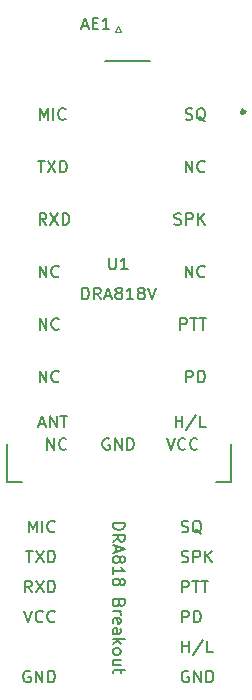
<source format=gbr>
%TF.GenerationSoftware,KiCad,Pcbnew,7.0.7*%
%TF.CreationDate,2023-09-17T23:45:05-06:00*%
%TF.ProjectId,dra818-breakout,64726138-3138-42d6-9272-65616b6f7574,1*%
%TF.SameCoordinates,Original*%
%TF.FileFunction,Legend,Top*%
%TF.FilePolarity,Positive*%
%FSLAX46Y46*%
G04 Gerber Fmt 4.6, Leading zero omitted, Abs format (unit mm)*
G04 Created by KiCad (PCBNEW 7.0.7) date 2023-09-17 23:45:05*
%MOMM*%
%LPD*%
G01*
G04 APERTURE LIST*
%ADD10C,0.150000*%
%ADD11C,0.127000*%
%ADD12C,0.300000*%
%ADD13C,0.120000*%
G04 APERTURE END LIST*
D10*
X144481779Y-93849819D02*
X144481779Y-92849819D01*
X144481779Y-92849819D02*
X145053207Y-93849819D01*
X145053207Y-93849819D02*
X145053207Y-92849819D01*
X146100826Y-93754580D02*
X146053207Y-93802200D01*
X146053207Y-93802200D02*
X145910350Y-93849819D01*
X145910350Y-93849819D02*
X145815112Y-93849819D01*
X145815112Y-93849819D02*
X145672255Y-93802200D01*
X145672255Y-93802200D02*
X145577017Y-93706961D01*
X145577017Y-93706961D02*
X145529398Y-93611723D01*
X145529398Y-93611723D02*
X145481779Y-93421247D01*
X145481779Y-93421247D02*
X145481779Y-93278390D01*
X145481779Y-93278390D02*
X145529398Y-93087914D01*
X145529398Y-93087914D02*
X145577017Y-92992676D01*
X145577017Y-92992676D02*
X145672255Y-92897438D01*
X145672255Y-92897438D02*
X145815112Y-92849819D01*
X145815112Y-92849819D02*
X145910350Y-92849819D01*
X145910350Y-92849819D02*
X146053207Y-92897438D01*
X146053207Y-92897438D02*
X146100826Y-92945057D01*
X143332268Y-116979819D02*
X143903696Y-116979819D01*
X143617982Y-117979819D02*
X143617982Y-116979819D01*
X144141792Y-116979819D02*
X144808458Y-117979819D01*
X144808458Y-116979819D02*
X144141792Y-117979819D01*
X145189411Y-117979819D02*
X145189411Y-116979819D01*
X145189411Y-116979819D02*
X145427506Y-116979819D01*
X145427506Y-116979819D02*
X145570363Y-117027438D01*
X145570363Y-117027438D02*
X145665601Y-117122676D01*
X145665601Y-117122676D02*
X145713220Y-117217914D01*
X145713220Y-117217914D02*
X145760839Y-117408390D01*
X145760839Y-117408390D02*
X145760839Y-117551247D01*
X145760839Y-117551247D02*
X145713220Y-117741723D01*
X145713220Y-117741723D02*
X145665601Y-117836961D01*
X145665601Y-117836961D02*
X145570363Y-117932200D01*
X145570363Y-117932200D02*
X145427506Y-117979819D01*
X145427506Y-117979819D02*
X145189411Y-117979819D01*
X156546779Y-120519819D02*
X156546779Y-119519819D01*
X156546779Y-119519819D02*
X156927731Y-119519819D01*
X156927731Y-119519819D02*
X157022969Y-119567438D01*
X157022969Y-119567438D02*
X157070588Y-119615057D01*
X157070588Y-119615057D02*
X157118207Y-119710295D01*
X157118207Y-119710295D02*
X157118207Y-119853152D01*
X157118207Y-119853152D02*
X157070588Y-119948390D01*
X157070588Y-119948390D02*
X157022969Y-119996009D01*
X157022969Y-119996009D02*
X156927731Y-120043628D01*
X156927731Y-120043628D02*
X156546779Y-120043628D01*
X157403922Y-119519819D02*
X157975350Y-119519819D01*
X157689636Y-120519819D02*
X157689636Y-119519819D01*
X158165827Y-119519819D02*
X158737255Y-119519819D01*
X158451541Y-120519819D02*
X158451541Y-119519819D01*
X156546779Y-123059819D02*
X156546779Y-122059819D01*
X156546779Y-122059819D02*
X156927731Y-122059819D01*
X156927731Y-122059819D02*
X157022969Y-122107438D01*
X157022969Y-122107438D02*
X157070588Y-122155057D01*
X157070588Y-122155057D02*
X157118207Y-122250295D01*
X157118207Y-122250295D02*
X157118207Y-122393152D01*
X157118207Y-122393152D02*
X157070588Y-122488390D01*
X157070588Y-122488390D02*
X157022969Y-122536009D01*
X157022969Y-122536009D02*
X156927731Y-122583628D01*
X156927731Y-122583628D02*
X156546779Y-122583628D01*
X157546779Y-123059819D02*
X157546779Y-122059819D01*
X157546779Y-122059819D02*
X157784874Y-122059819D01*
X157784874Y-122059819D02*
X157927731Y-122107438D01*
X157927731Y-122107438D02*
X158022969Y-122202676D01*
X158022969Y-122202676D02*
X158070588Y-122297914D01*
X158070588Y-122297914D02*
X158118207Y-122488390D01*
X158118207Y-122488390D02*
X158118207Y-122631247D01*
X158118207Y-122631247D02*
X158070588Y-122821723D01*
X158070588Y-122821723D02*
X158022969Y-122916961D01*
X158022969Y-122916961D02*
X157927731Y-123012200D01*
X157927731Y-123012200D02*
X157784874Y-123059819D01*
X157784874Y-123059819D02*
X157546779Y-123059819D01*
X155889411Y-89357200D02*
X156032268Y-89404819D01*
X156032268Y-89404819D02*
X156270363Y-89404819D01*
X156270363Y-89404819D02*
X156365601Y-89357200D01*
X156365601Y-89357200D02*
X156413220Y-89309580D01*
X156413220Y-89309580D02*
X156460839Y-89214342D01*
X156460839Y-89214342D02*
X156460839Y-89119104D01*
X156460839Y-89119104D02*
X156413220Y-89023866D01*
X156413220Y-89023866D02*
X156365601Y-88976247D01*
X156365601Y-88976247D02*
X156270363Y-88928628D01*
X156270363Y-88928628D02*
X156079887Y-88881009D01*
X156079887Y-88881009D02*
X155984649Y-88833390D01*
X155984649Y-88833390D02*
X155937030Y-88785771D01*
X155937030Y-88785771D02*
X155889411Y-88690533D01*
X155889411Y-88690533D02*
X155889411Y-88595295D01*
X155889411Y-88595295D02*
X155937030Y-88500057D01*
X155937030Y-88500057D02*
X155984649Y-88452438D01*
X155984649Y-88452438D02*
X156079887Y-88404819D01*
X156079887Y-88404819D02*
X156317982Y-88404819D01*
X156317982Y-88404819D02*
X156460839Y-88452438D01*
X156889411Y-89404819D02*
X156889411Y-88404819D01*
X156889411Y-88404819D02*
X157270363Y-88404819D01*
X157270363Y-88404819D02*
X157365601Y-88452438D01*
X157365601Y-88452438D02*
X157413220Y-88500057D01*
X157413220Y-88500057D02*
X157460839Y-88595295D01*
X157460839Y-88595295D02*
X157460839Y-88738152D01*
X157460839Y-88738152D02*
X157413220Y-88833390D01*
X157413220Y-88833390D02*
X157365601Y-88881009D01*
X157365601Y-88881009D02*
X157270363Y-88928628D01*
X157270363Y-88928628D02*
X156889411Y-88928628D01*
X157889411Y-89404819D02*
X157889411Y-88404819D01*
X158460839Y-89404819D02*
X158032268Y-88833390D01*
X158460839Y-88404819D02*
X157889411Y-88976247D01*
X150368095Y-107502438D02*
X150272857Y-107454819D01*
X150272857Y-107454819D02*
X150130000Y-107454819D01*
X150130000Y-107454819D02*
X149987143Y-107502438D01*
X149987143Y-107502438D02*
X149891905Y-107597676D01*
X149891905Y-107597676D02*
X149844286Y-107692914D01*
X149844286Y-107692914D02*
X149796667Y-107883390D01*
X149796667Y-107883390D02*
X149796667Y-108026247D01*
X149796667Y-108026247D02*
X149844286Y-108216723D01*
X149844286Y-108216723D02*
X149891905Y-108311961D01*
X149891905Y-108311961D02*
X149987143Y-108407200D01*
X149987143Y-108407200D02*
X150130000Y-108454819D01*
X150130000Y-108454819D02*
X150225238Y-108454819D01*
X150225238Y-108454819D02*
X150368095Y-108407200D01*
X150368095Y-108407200D02*
X150415714Y-108359580D01*
X150415714Y-108359580D02*
X150415714Y-108026247D01*
X150415714Y-108026247D02*
X150225238Y-108026247D01*
X150844286Y-108454819D02*
X150844286Y-107454819D01*
X150844286Y-107454819D02*
X151415714Y-108454819D01*
X151415714Y-108454819D02*
X151415714Y-107454819D01*
X151891905Y-108454819D02*
X151891905Y-107454819D01*
X151891905Y-107454819D02*
X152130000Y-107454819D01*
X152130000Y-107454819D02*
X152272857Y-107502438D01*
X152272857Y-107502438D02*
X152368095Y-107597676D01*
X152368095Y-107597676D02*
X152415714Y-107692914D01*
X152415714Y-107692914D02*
X152463333Y-107883390D01*
X152463333Y-107883390D02*
X152463333Y-108026247D01*
X152463333Y-108026247D02*
X152415714Y-108216723D01*
X152415714Y-108216723D02*
X152368095Y-108311961D01*
X152368095Y-108311961D02*
X152272857Y-108407200D01*
X152272857Y-108407200D02*
X152130000Y-108454819D01*
X152130000Y-108454819D02*
X151891905Y-108454819D01*
X143189411Y-122059819D02*
X143522744Y-123059819D01*
X143522744Y-123059819D02*
X143856077Y-122059819D01*
X144760839Y-122964580D02*
X144713220Y-123012200D01*
X144713220Y-123012200D02*
X144570363Y-123059819D01*
X144570363Y-123059819D02*
X144475125Y-123059819D01*
X144475125Y-123059819D02*
X144332268Y-123012200D01*
X144332268Y-123012200D02*
X144237030Y-122916961D01*
X144237030Y-122916961D02*
X144189411Y-122821723D01*
X144189411Y-122821723D02*
X144141792Y-122631247D01*
X144141792Y-122631247D02*
X144141792Y-122488390D01*
X144141792Y-122488390D02*
X144189411Y-122297914D01*
X144189411Y-122297914D02*
X144237030Y-122202676D01*
X144237030Y-122202676D02*
X144332268Y-122107438D01*
X144332268Y-122107438D02*
X144475125Y-122059819D01*
X144475125Y-122059819D02*
X144570363Y-122059819D01*
X144570363Y-122059819D02*
X144713220Y-122107438D01*
X144713220Y-122107438D02*
X144760839Y-122155057D01*
X145760839Y-122964580D02*
X145713220Y-123012200D01*
X145713220Y-123012200D02*
X145570363Y-123059819D01*
X145570363Y-123059819D02*
X145475125Y-123059819D01*
X145475125Y-123059819D02*
X145332268Y-123012200D01*
X145332268Y-123012200D02*
X145237030Y-122916961D01*
X145237030Y-122916961D02*
X145189411Y-122821723D01*
X145189411Y-122821723D02*
X145141792Y-122631247D01*
X145141792Y-122631247D02*
X145141792Y-122488390D01*
X145141792Y-122488390D02*
X145189411Y-122297914D01*
X145189411Y-122297914D02*
X145237030Y-122202676D01*
X145237030Y-122202676D02*
X145332268Y-122107438D01*
X145332268Y-122107438D02*
X145475125Y-122059819D01*
X145475125Y-122059819D02*
X145570363Y-122059819D01*
X145570363Y-122059819D02*
X145713220Y-122107438D01*
X145713220Y-122107438D02*
X145760839Y-122155057D01*
X145053207Y-89404819D02*
X144719874Y-88928628D01*
X144481779Y-89404819D02*
X144481779Y-88404819D01*
X144481779Y-88404819D02*
X144862731Y-88404819D01*
X144862731Y-88404819D02*
X144957969Y-88452438D01*
X144957969Y-88452438D02*
X145005588Y-88500057D01*
X145005588Y-88500057D02*
X145053207Y-88595295D01*
X145053207Y-88595295D02*
X145053207Y-88738152D01*
X145053207Y-88738152D02*
X145005588Y-88833390D01*
X145005588Y-88833390D02*
X144957969Y-88881009D01*
X144957969Y-88881009D02*
X144862731Y-88928628D01*
X144862731Y-88928628D02*
X144481779Y-88928628D01*
X145386541Y-88404819D02*
X146053207Y-89404819D01*
X146053207Y-88404819D02*
X145386541Y-89404819D01*
X146434160Y-89404819D02*
X146434160Y-88404819D01*
X146434160Y-88404819D02*
X146672255Y-88404819D01*
X146672255Y-88404819D02*
X146815112Y-88452438D01*
X146815112Y-88452438D02*
X146910350Y-88547676D01*
X146910350Y-88547676D02*
X146957969Y-88642914D01*
X146957969Y-88642914D02*
X147005588Y-88833390D01*
X147005588Y-88833390D02*
X147005588Y-88976247D01*
X147005588Y-88976247D02*
X146957969Y-89166723D01*
X146957969Y-89166723D02*
X146910350Y-89261961D01*
X146910350Y-89261961D02*
X146815112Y-89357200D01*
X146815112Y-89357200D02*
X146672255Y-89404819D01*
X146672255Y-89404819D02*
X146434160Y-89404819D01*
X144481779Y-98294819D02*
X144481779Y-97294819D01*
X144481779Y-97294819D02*
X145053207Y-98294819D01*
X145053207Y-98294819D02*
X145053207Y-97294819D01*
X146100826Y-98199580D02*
X146053207Y-98247200D01*
X146053207Y-98247200D02*
X145910350Y-98294819D01*
X145910350Y-98294819D02*
X145815112Y-98294819D01*
X145815112Y-98294819D02*
X145672255Y-98247200D01*
X145672255Y-98247200D02*
X145577017Y-98151961D01*
X145577017Y-98151961D02*
X145529398Y-98056723D01*
X145529398Y-98056723D02*
X145481779Y-97866247D01*
X145481779Y-97866247D02*
X145481779Y-97723390D01*
X145481779Y-97723390D02*
X145529398Y-97532914D01*
X145529398Y-97532914D02*
X145577017Y-97437676D01*
X145577017Y-97437676D02*
X145672255Y-97342438D01*
X145672255Y-97342438D02*
X145815112Y-97294819D01*
X145815112Y-97294819D02*
X145910350Y-97294819D01*
X145910350Y-97294819D02*
X146053207Y-97342438D01*
X146053207Y-97342438D02*
X146100826Y-97390057D01*
X143665601Y-127187438D02*
X143570363Y-127139819D01*
X143570363Y-127139819D02*
X143427506Y-127139819D01*
X143427506Y-127139819D02*
X143284649Y-127187438D01*
X143284649Y-127187438D02*
X143189411Y-127282676D01*
X143189411Y-127282676D02*
X143141792Y-127377914D01*
X143141792Y-127377914D02*
X143094173Y-127568390D01*
X143094173Y-127568390D02*
X143094173Y-127711247D01*
X143094173Y-127711247D02*
X143141792Y-127901723D01*
X143141792Y-127901723D02*
X143189411Y-127996961D01*
X143189411Y-127996961D02*
X143284649Y-128092200D01*
X143284649Y-128092200D02*
X143427506Y-128139819D01*
X143427506Y-128139819D02*
X143522744Y-128139819D01*
X143522744Y-128139819D02*
X143665601Y-128092200D01*
X143665601Y-128092200D02*
X143713220Y-128044580D01*
X143713220Y-128044580D02*
X143713220Y-127711247D01*
X143713220Y-127711247D02*
X143522744Y-127711247D01*
X144141792Y-128139819D02*
X144141792Y-127139819D01*
X144141792Y-127139819D02*
X144713220Y-128139819D01*
X144713220Y-128139819D02*
X144713220Y-127139819D01*
X145189411Y-128139819D02*
X145189411Y-127139819D01*
X145189411Y-127139819D02*
X145427506Y-127139819D01*
X145427506Y-127139819D02*
X145570363Y-127187438D01*
X145570363Y-127187438D02*
X145665601Y-127282676D01*
X145665601Y-127282676D02*
X145713220Y-127377914D01*
X145713220Y-127377914D02*
X145760839Y-127568390D01*
X145760839Y-127568390D02*
X145760839Y-127711247D01*
X145760839Y-127711247D02*
X145713220Y-127901723D01*
X145713220Y-127901723D02*
X145665601Y-127996961D01*
X145665601Y-127996961D02*
X145570363Y-128092200D01*
X145570363Y-128092200D02*
X145427506Y-128139819D01*
X145427506Y-128139819D02*
X145189411Y-128139819D01*
X156841792Y-84959819D02*
X156841792Y-83959819D01*
X156841792Y-83959819D02*
X157413220Y-84959819D01*
X157413220Y-84959819D02*
X157413220Y-83959819D01*
X158460839Y-84864580D02*
X158413220Y-84912200D01*
X158413220Y-84912200D02*
X158270363Y-84959819D01*
X158270363Y-84959819D02*
X158175125Y-84959819D01*
X158175125Y-84959819D02*
X158032268Y-84912200D01*
X158032268Y-84912200D02*
X157937030Y-84816961D01*
X157937030Y-84816961D02*
X157889411Y-84721723D01*
X157889411Y-84721723D02*
X157841792Y-84531247D01*
X157841792Y-84531247D02*
X157841792Y-84388390D01*
X157841792Y-84388390D02*
X157889411Y-84197914D01*
X157889411Y-84197914D02*
X157937030Y-84102676D01*
X157937030Y-84102676D02*
X158032268Y-84007438D01*
X158032268Y-84007438D02*
X158175125Y-83959819D01*
X158175125Y-83959819D02*
X158270363Y-83959819D01*
X158270363Y-83959819D02*
X158413220Y-84007438D01*
X158413220Y-84007438D02*
X158460839Y-84055057D01*
X144434160Y-106264104D02*
X144910350Y-106264104D01*
X144338922Y-106549819D02*
X144672255Y-105549819D01*
X144672255Y-105549819D02*
X145005588Y-106549819D01*
X145338922Y-106549819D02*
X145338922Y-105549819D01*
X145338922Y-105549819D02*
X145910350Y-106549819D01*
X145910350Y-106549819D02*
X145910350Y-105549819D01*
X146243684Y-105549819D02*
X146815112Y-105549819D01*
X146529398Y-106549819D02*
X146529398Y-105549819D01*
X156499160Y-117932200D02*
X156642017Y-117979819D01*
X156642017Y-117979819D02*
X156880112Y-117979819D01*
X156880112Y-117979819D02*
X156975350Y-117932200D01*
X156975350Y-117932200D02*
X157022969Y-117884580D01*
X157022969Y-117884580D02*
X157070588Y-117789342D01*
X157070588Y-117789342D02*
X157070588Y-117694104D01*
X157070588Y-117694104D02*
X157022969Y-117598866D01*
X157022969Y-117598866D02*
X156975350Y-117551247D01*
X156975350Y-117551247D02*
X156880112Y-117503628D01*
X156880112Y-117503628D02*
X156689636Y-117456009D01*
X156689636Y-117456009D02*
X156594398Y-117408390D01*
X156594398Y-117408390D02*
X156546779Y-117360771D01*
X156546779Y-117360771D02*
X156499160Y-117265533D01*
X156499160Y-117265533D02*
X156499160Y-117170295D01*
X156499160Y-117170295D02*
X156546779Y-117075057D01*
X156546779Y-117075057D02*
X156594398Y-117027438D01*
X156594398Y-117027438D02*
X156689636Y-116979819D01*
X156689636Y-116979819D02*
X156927731Y-116979819D01*
X156927731Y-116979819D02*
X157070588Y-117027438D01*
X157499160Y-117979819D02*
X157499160Y-116979819D01*
X157499160Y-116979819D02*
X157880112Y-116979819D01*
X157880112Y-116979819D02*
X157975350Y-117027438D01*
X157975350Y-117027438D02*
X158022969Y-117075057D01*
X158022969Y-117075057D02*
X158070588Y-117170295D01*
X158070588Y-117170295D02*
X158070588Y-117313152D01*
X158070588Y-117313152D02*
X158022969Y-117408390D01*
X158022969Y-117408390D02*
X157975350Y-117456009D01*
X157975350Y-117456009D02*
X157880112Y-117503628D01*
X157880112Y-117503628D02*
X157499160Y-117503628D01*
X158499160Y-117979819D02*
X158499160Y-116979819D01*
X159070588Y-117979819D02*
X158642017Y-117408390D01*
X159070588Y-116979819D02*
X158499160Y-117551247D01*
X143808458Y-120519819D02*
X143475125Y-120043628D01*
X143237030Y-120519819D02*
X143237030Y-119519819D01*
X143237030Y-119519819D02*
X143617982Y-119519819D01*
X143617982Y-119519819D02*
X143713220Y-119567438D01*
X143713220Y-119567438D02*
X143760839Y-119615057D01*
X143760839Y-119615057D02*
X143808458Y-119710295D01*
X143808458Y-119710295D02*
X143808458Y-119853152D01*
X143808458Y-119853152D02*
X143760839Y-119948390D01*
X143760839Y-119948390D02*
X143713220Y-119996009D01*
X143713220Y-119996009D02*
X143617982Y-120043628D01*
X143617982Y-120043628D02*
X143237030Y-120043628D01*
X144141792Y-119519819D02*
X144808458Y-120519819D01*
X144808458Y-119519819D02*
X144141792Y-120519819D01*
X145189411Y-120519819D02*
X145189411Y-119519819D01*
X145189411Y-119519819D02*
X145427506Y-119519819D01*
X145427506Y-119519819D02*
X145570363Y-119567438D01*
X145570363Y-119567438D02*
X145665601Y-119662676D01*
X145665601Y-119662676D02*
X145713220Y-119757914D01*
X145713220Y-119757914D02*
X145760839Y-119948390D01*
X145760839Y-119948390D02*
X145760839Y-120091247D01*
X145760839Y-120091247D02*
X145713220Y-120281723D01*
X145713220Y-120281723D02*
X145665601Y-120376961D01*
X145665601Y-120376961D02*
X145570363Y-120472200D01*
X145570363Y-120472200D02*
X145427506Y-120519819D01*
X145427506Y-120519819D02*
X145189411Y-120519819D01*
X157070588Y-127187438D02*
X156975350Y-127139819D01*
X156975350Y-127139819D02*
X156832493Y-127139819D01*
X156832493Y-127139819D02*
X156689636Y-127187438D01*
X156689636Y-127187438D02*
X156594398Y-127282676D01*
X156594398Y-127282676D02*
X156546779Y-127377914D01*
X156546779Y-127377914D02*
X156499160Y-127568390D01*
X156499160Y-127568390D02*
X156499160Y-127711247D01*
X156499160Y-127711247D02*
X156546779Y-127901723D01*
X156546779Y-127901723D02*
X156594398Y-127996961D01*
X156594398Y-127996961D02*
X156689636Y-128092200D01*
X156689636Y-128092200D02*
X156832493Y-128139819D01*
X156832493Y-128139819D02*
X156927731Y-128139819D01*
X156927731Y-128139819D02*
X157070588Y-128092200D01*
X157070588Y-128092200D02*
X157118207Y-128044580D01*
X157118207Y-128044580D02*
X157118207Y-127711247D01*
X157118207Y-127711247D02*
X156927731Y-127711247D01*
X157546779Y-128139819D02*
X157546779Y-127139819D01*
X157546779Y-127139819D02*
X158118207Y-128139819D01*
X158118207Y-128139819D02*
X158118207Y-127139819D01*
X158594398Y-128139819D02*
X158594398Y-127139819D01*
X158594398Y-127139819D02*
X158832493Y-127139819D01*
X158832493Y-127139819D02*
X158975350Y-127187438D01*
X158975350Y-127187438D02*
X159070588Y-127282676D01*
X159070588Y-127282676D02*
X159118207Y-127377914D01*
X159118207Y-127377914D02*
X159165826Y-127568390D01*
X159165826Y-127568390D02*
X159165826Y-127711247D01*
X159165826Y-127711247D02*
X159118207Y-127901723D01*
X159118207Y-127901723D02*
X159070588Y-127996961D01*
X159070588Y-127996961D02*
X158975350Y-128092200D01*
X158975350Y-128092200D02*
X158832493Y-128139819D01*
X158832493Y-128139819D02*
X158594398Y-128139819D01*
X144481779Y-80514819D02*
X144481779Y-79514819D01*
X144481779Y-79514819D02*
X144815112Y-80229104D01*
X144815112Y-80229104D02*
X145148445Y-79514819D01*
X145148445Y-79514819D02*
X145148445Y-80514819D01*
X145624636Y-80514819D02*
X145624636Y-79514819D01*
X146672254Y-80419580D02*
X146624635Y-80467200D01*
X146624635Y-80467200D02*
X146481778Y-80514819D01*
X146481778Y-80514819D02*
X146386540Y-80514819D01*
X146386540Y-80514819D02*
X146243683Y-80467200D01*
X146243683Y-80467200D02*
X146148445Y-80371961D01*
X146148445Y-80371961D02*
X146100826Y-80276723D01*
X146100826Y-80276723D02*
X146053207Y-80086247D01*
X146053207Y-80086247D02*
X146053207Y-79943390D01*
X146053207Y-79943390D02*
X146100826Y-79752914D01*
X146100826Y-79752914D02*
X146148445Y-79657676D01*
X146148445Y-79657676D02*
X146243683Y-79562438D01*
X146243683Y-79562438D02*
X146386540Y-79514819D01*
X146386540Y-79514819D02*
X146481778Y-79514819D01*
X146481778Y-79514819D02*
X146624635Y-79562438D01*
X146624635Y-79562438D02*
X146672254Y-79610057D01*
X144481779Y-102739819D02*
X144481779Y-101739819D01*
X144481779Y-101739819D02*
X145053207Y-102739819D01*
X145053207Y-102739819D02*
X145053207Y-101739819D01*
X146100826Y-102644580D02*
X146053207Y-102692200D01*
X146053207Y-102692200D02*
X145910350Y-102739819D01*
X145910350Y-102739819D02*
X145815112Y-102739819D01*
X145815112Y-102739819D02*
X145672255Y-102692200D01*
X145672255Y-102692200D02*
X145577017Y-102596961D01*
X145577017Y-102596961D02*
X145529398Y-102501723D01*
X145529398Y-102501723D02*
X145481779Y-102311247D01*
X145481779Y-102311247D02*
X145481779Y-102168390D01*
X145481779Y-102168390D02*
X145529398Y-101977914D01*
X145529398Y-101977914D02*
X145577017Y-101882676D01*
X145577017Y-101882676D02*
X145672255Y-101787438D01*
X145672255Y-101787438D02*
X145815112Y-101739819D01*
X145815112Y-101739819D02*
X145910350Y-101739819D01*
X145910350Y-101739819D02*
X146053207Y-101787438D01*
X146053207Y-101787438D02*
X146100826Y-101835057D01*
X150675180Y-114636779D02*
X151675180Y-114636779D01*
X151675180Y-114636779D02*
X151675180Y-114874874D01*
X151675180Y-114874874D02*
X151627561Y-115017731D01*
X151627561Y-115017731D02*
X151532323Y-115112969D01*
X151532323Y-115112969D02*
X151437085Y-115160588D01*
X151437085Y-115160588D02*
X151246609Y-115208207D01*
X151246609Y-115208207D02*
X151103752Y-115208207D01*
X151103752Y-115208207D02*
X150913276Y-115160588D01*
X150913276Y-115160588D02*
X150818038Y-115112969D01*
X150818038Y-115112969D02*
X150722800Y-115017731D01*
X150722800Y-115017731D02*
X150675180Y-114874874D01*
X150675180Y-114874874D02*
X150675180Y-114636779D01*
X150675180Y-116208207D02*
X151151371Y-115874874D01*
X150675180Y-115636779D02*
X151675180Y-115636779D01*
X151675180Y-115636779D02*
X151675180Y-116017731D01*
X151675180Y-116017731D02*
X151627561Y-116112969D01*
X151627561Y-116112969D02*
X151579942Y-116160588D01*
X151579942Y-116160588D02*
X151484704Y-116208207D01*
X151484704Y-116208207D02*
X151341847Y-116208207D01*
X151341847Y-116208207D02*
X151246609Y-116160588D01*
X151246609Y-116160588D02*
X151198990Y-116112969D01*
X151198990Y-116112969D02*
X151151371Y-116017731D01*
X151151371Y-116017731D02*
X151151371Y-115636779D01*
X150960895Y-116589160D02*
X150960895Y-117065350D01*
X150675180Y-116493922D02*
X151675180Y-116827255D01*
X151675180Y-116827255D02*
X150675180Y-117160588D01*
X151246609Y-117636779D02*
X151294228Y-117541541D01*
X151294228Y-117541541D02*
X151341847Y-117493922D01*
X151341847Y-117493922D02*
X151437085Y-117446303D01*
X151437085Y-117446303D02*
X151484704Y-117446303D01*
X151484704Y-117446303D02*
X151579942Y-117493922D01*
X151579942Y-117493922D02*
X151627561Y-117541541D01*
X151627561Y-117541541D02*
X151675180Y-117636779D01*
X151675180Y-117636779D02*
X151675180Y-117827255D01*
X151675180Y-117827255D02*
X151627561Y-117922493D01*
X151627561Y-117922493D02*
X151579942Y-117970112D01*
X151579942Y-117970112D02*
X151484704Y-118017731D01*
X151484704Y-118017731D02*
X151437085Y-118017731D01*
X151437085Y-118017731D02*
X151341847Y-117970112D01*
X151341847Y-117970112D02*
X151294228Y-117922493D01*
X151294228Y-117922493D02*
X151246609Y-117827255D01*
X151246609Y-117827255D02*
X151246609Y-117636779D01*
X151246609Y-117636779D02*
X151198990Y-117541541D01*
X151198990Y-117541541D02*
X151151371Y-117493922D01*
X151151371Y-117493922D02*
X151056133Y-117446303D01*
X151056133Y-117446303D02*
X150865657Y-117446303D01*
X150865657Y-117446303D02*
X150770419Y-117493922D01*
X150770419Y-117493922D02*
X150722800Y-117541541D01*
X150722800Y-117541541D02*
X150675180Y-117636779D01*
X150675180Y-117636779D02*
X150675180Y-117827255D01*
X150675180Y-117827255D02*
X150722800Y-117922493D01*
X150722800Y-117922493D02*
X150770419Y-117970112D01*
X150770419Y-117970112D02*
X150865657Y-118017731D01*
X150865657Y-118017731D02*
X151056133Y-118017731D01*
X151056133Y-118017731D02*
X151151371Y-117970112D01*
X151151371Y-117970112D02*
X151198990Y-117922493D01*
X151198990Y-117922493D02*
X151246609Y-117827255D01*
X150675180Y-118970112D02*
X150675180Y-118398684D01*
X150675180Y-118684398D02*
X151675180Y-118684398D01*
X151675180Y-118684398D02*
X151532323Y-118589160D01*
X151532323Y-118589160D02*
X151437085Y-118493922D01*
X151437085Y-118493922D02*
X151389466Y-118398684D01*
X151246609Y-119541541D02*
X151294228Y-119446303D01*
X151294228Y-119446303D02*
X151341847Y-119398684D01*
X151341847Y-119398684D02*
X151437085Y-119351065D01*
X151437085Y-119351065D02*
X151484704Y-119351065D01*
X151484704Y-119351065D02*
X151579942Y-119398684D01*
X151579942Y-119398684D02*
X151627561Y-119446303D01*
X151627561Y-119446303D02*
X151675180Y-119541541D01*
X151675180Y-119541541D02*
X151675180Y-119732017D01*
X151675180Y-119732017D02*
X151627561Y-119827255D01*
X151627561Y-119827255D02*
X151579942Y-119874874D01*
X151579942Y-119874874D02*
X151484704Y-119922493D01*
X151484704Y-119922493D02*
X151437085Y-119922493D01*
X151437085Y-119922493D02*
X151341847Y-119874874D01*
X151341847Y-119874874D02*
X151294228Y-119827255D01*
X151294228Y-119827255D02*
X151246609Y-119732017D01*
X151246609Y-119732017D02*
X151246609Y-119541541D01*
X151246609Y-119541541D02*
X151198990Y-119446303D01*
X151198990Y-119446303D02*
X151151371Y-119398684D01*
X151151371Y-119398684D02*
X151056133Y-119351065D01*
X151056133Y-119351065D02*
X150865657Y-119351065D01*
X150865657Y-119351065D02*
X150770419Y-119398684D01*
X150770419Y-119398684D02*
X150722800Y-119446303D01*
X150722800Y-119446303D02*
X150675180Y-119541541D01*
X150675180Y-119541541D02*
X150675180Y-119732017D01*
X150675180Y-119732017D02*
X150722800Y-119827255D01*
X150722800Y-119827255D02*
X150770419Y-119874874D01*
X150770419Y-119874874D02*
X150865657Y-119922493D01*
X150865657Y-119922493D02*
X151056133Y-119922493D01*
X151056133Y-119922493D02*
X151151371Y-119874874D01*
X151151371Y-119874874D02*
X151198990Y-119827255D01*
X151198990Y-119827255D02*
X151246609Y-119732017D01*
X151198990Y-121446303D02*
X151151371Y-121589160D01*
X151151371Y-121589160D02*
X151103752Y-121636779D01*
X151103752Y-121636779D02*
X151008514Y-121684398D01*
X151008514Y-121684398D02*
X150865657Y-121684398D01*
X150865657Y-121684398D02*
X150770419Y-121636779D01*
X150770419Y-121636779D02*
X150722800Y-121589160D01*
X150722800Y-121589160D02*
X150675180Y-121493922D01*
X150675180Y-121493922D02*
X150675180Y-121112970D01*
X150675180Y-121112970D02*
X151675180Y-121112970D01*
X151675180Y-121112970D02*
X151675180Y-121446303D01*
X151675180Y-121446303D02*
X151627561Y-121541541D01*
X151627561Y-121541541D02*
X151579942Y-121589160D01*
X151579942Y-121589160D02*
X151484704Y-121636779D01*
X151484704Y-121636779D02*
X151389466Y-121636779D01*
X151389466Y-121636779D02*
X151294228Y-121589160D01*
X151294228Y-121589160D02*
X151246609Y-121541541D01*
X151246609Y-121541541D02*
X151198990Y-121446303D01*
X151198990Y-121446303D02*
X151198990Y-121112970D01*
X150675180Y-122112970D02*
X151341847Y-122112970D01*
X151151371Y-122112970D02*
X151246609Y-122160589D01*
X151246609Y-122160589D02*
X151294228Y-122208208D01*
X151294228Y-122208208D02*
X151341847Y-122303446D01*
X151341847Y-122303446D02*
X151341847Y-122398684D01*
X150722800Y-123112970D02*
X150675180Y-123017732D01*
X150675180Y-123017732D02*
X150675180Y-122827256D01*
X150675180Y-122827256D02*
X150722800Y-122732018D01*
X150722800Y-122732018D02*
X150818038Y-122684399D01*
X150818038Y-122684399D02*
X151198990Y-122684399D01*
X151198990Y-122684399D02*
X151294228Y-122732018D01*
X151294228Y-122732018D02*
X151341847Y-122827256D01*
X151341847Y-122827256D02*
X151341847Y-123017732D01*
X151341847Y-123017732D02*
X151294228Y-123112970D01*
X151294228Y-123112970D02*
X151198990Y-123160589D01*
X151198990Y-123160589D02*
X151103752Y-123160589D01*
X151103752Y-123160589D02*
X151008514Y-122684399D01*
X150675180Y-124017732D02*
X151198990Y-124017732D01*
X151198990Y-124017732D02*
X151294228Y-123970113D01*
X151294228Y-123970113D02*
X151341847Y-123874875D01*
X151341847Y-123874875D02*
X151341847Y-123684399D01*
X151341847Y-123684399D02*
X151294228Y-123589161D01*
X150722800Y-124017732D02*
X150675180Y-123922494D01*
X150675180Y-123922494D02*
X150675180Y-123684399D01*
X150675180Y-123684399D02*
X150722800Y-123589161D01*
X150722800Y-123589161D02*
X150818038Y-123541542D01*
X150818038Y-123541542D02*
X150913276Y-123541542D01*
X150913276Y-123541542D02*
X151008514Y-123589161D01*
X151008514Y-123589161D02*
X151056133Y-123684399D01*
X151056133Y-123684399D02*
X151056133Y-123922494D01*
X151056133Y-123922494D02*
X151103752Y-124017732D01*
X150675180Y-124493923D02*
X151675180Y-124493923D01*
X151056133Y-124589161D02*
X150675180Y-124874875D01*
X151341847Y-124874875D02*
X150960895Y-124493923D01*
X150675180Y-125446304D02*
X150722800Y-125351066D01*
X150722800Y-125351066D02*
X150770419Y-125303447D01*
X150770419Y-125303447D02*
X150865657Y-125255828D01*
X150865657Y-125255828D02*
X151151371Y-125255828D01*
X151151371Y-125255828D02*
X151246609Y-125303447D01*
X151246609Y-125303447D02*
X151294228Y-125351066D01*
X151294228Y-125351066D02*
X151341847Y-125446304D01*
X151341847Y-125446304D02*
X151341847Y-125589161D01*
X151341847Y-125589161D02*
X151294228Y-125684399D01*
X151294228Y-125684399D02*
X151246609Y-125732018D01*
X151246609Y-125732018D02*
X151151371Y-125779637D01*
X151151371Y-125779637D02*
X150865657Y-125779637D01*
X150865657Y-125779637D02*
X150770419Y-125732018D01*
X150770419Y-125732018D02*
X150722800Y-125684399D01*
X150722800Y-125684399D02*
X150675180Y-125589161D01*
X150675180Y-125589161D02*
X150675180Y-125446304D01*
X151341847Y-126636780D02*
X150675180Y-126636780D01*
X151341847Y-126208209D02*
X150818038Y-126208209D01*
X150818038Y-126208209D02*
X150722800Y-126255828D01*
X150722800Y-126255828D02*
X150675180Y-126351066D01*
X150675180Y-126351066D02*
X150675180Y-126493923D01*
X150675180Y-126493923D02*
X150722800Y-126589161D01*
X150722800Y-126589161D02*
X150770419Y-126636780D01*
X151341847Y-126970114D02*
X151341847Y-127351066D01*
X151675180Y-127112971D02*
X150818038Y-127112971D01*
X150818038Y-127112971D02*
X150722800Y-127160590D01*
X150722800Y-127160590D02*
X150675180Y-127255828D01*
X150675180Y-127255828D02*
X150675180Y-127351066D01*
X145116779Y-108454819D02*
X145116779Y-107454819D01*
X145116779Y-107454819D02*
X145688207Y-108454819D01*
X145688207Y-108454819D02*
X145688207Y-107454819D01*
X146735826Y-108359580D02*
X146688207Y-108407200D01*
X146688207Y-108407200D02*
X146545350Y-108454819D01*
X146545350Y-108454819D02*
X146450112Y-108454819D01*
X146450112Y-108454819D02*
X146307255Y-108407200D01*
X146307255Y-108407200D02*
X146212017Y-108311961D01*
X146212017Y-108311961D02*
X146164398Y-108216723D01*
X146164398Y-108216723D02*
X146116779Y-108026247D01*
X146116779Y-108026247D02*
X146116779Y-107883390D01*
X146116779Y-107883390D02*
X146164398Y-107692914D01*
X146164398Y-107692914D02*
X146212017Y-107597676D01*
X146212017Y-107597676D02*
X146307255Y-107502438D01*
X146307255Y-107502438D02*
X146450112Y-107454819D01*
X146450112Y-107454819D02*
X146545350Y-107454819D01*
X146545350Y-107454819D02*
X146688207Y-107502438D01*
X146688207Y-107502438D02*
X146735826Y-107550057D01*
X156841792Y-93849819D02*
X156841792Y-92849819D01*
X156841792Y-92849819D02*
X157413220Y-93849819D01*
X157413220Y-93849819D02*
X157413220Y-92849819D01*
X158460839Y-93754580D02*
X158413220Y-93802200D01*
X158413220Y-93802200D02*
X158270363Y-93849819D01*
X158270363Y-93849819D02*
X158175125Y-93849819D01*
X158175125Y-93849819D02*
X158032268Y-93802200D01*
X158032268Y-93802200D02*
X157937030Y-93706961D01*
X157937030Y-93706961D02*
X157889411Y-93611723D01*
X157889411Y-93611723D02*
X157841792Y-93421247D01*
X157841792Y-93421247D02*
X157841792Y-93278390D01*
X157841792Y-93278390D02*
X157889411Y-93087914D01*
X157889411Y-93087914D02*
X157937030Y-92992676D01*
X157937030Y-92992676D02*
X158032268Y-92897438D01*
X158032268Y-92897438D02*
X158175125Y-92849819D01*
X158175125Y-92849819D02*
X158270363Y-92849819D01*
X158270363Y-92849819D02*
X158413220Y-92897438D01*
X158413220Y-92897438D02*
X158460839Y-92945057D01*
X156499160Y-115392200D02*
X156642017Y-115439819D01*
X156642017Y-115439819D02*
X156880112Y-115439819D01*
X156880112Y-115439819D02*
X156975350Y-115392200D01*
X156975350Y-115392200D02*
X157022969Y-115344580D01*
X157022969Y-115344580D02*
X157070588Y-115249342D01*
X157070588Y-115249342D02*
X157070588Y-115154104D01*
X157070588Y-115154104D02*
X157022969Y-115058866D01*
X157022969Y-115058866D02*
X156975350Y-115011247D01*
X156975350Y-115011247D02*
X156880112Y-114963628D01*
X156880112Y-114963628D02*
X156689636Y-114916009D01*
X156689636Y-114916009D02*
X156594398Y-114868390D01*
X156594398Y-114868390D02*
X156546779Y-114820771D01*
X156546779Y-114820771D02*
X156499160Y-114725533D01*
X156499160Y-114725533D02*
X156499160Y-114630295D01*
X156499160Y-114630295D02*
X156546779Y-114535057D01*
X156546779Y-114535057D02*
X156594398Y-114487438D01*
X156594398Y-114487438D02*
X156689636Y-114439819D01*
X156689636Y-114439819D02*
X156927731Y-114439819D01*
X156927731Y-114439819D02*
X157070588Y-114487438D01*
X158165826Y-115535057D02*
X158070588Y-115487438D01*
X158070588Y-115487438D02*
X157975350Y-115392200D01*
X157975350Y-115392200D02*
X157832493Y-115249342D01*
X157832493Y-115249342D02*
X157737255Y-115201723D01*
X157737255Y-115201723D02*
X157642017Y-115201723D01*
X157689636Y-115439819D02*
X157594398Y-115392200D01*
X157594398Y-115392200D02*
X157499160Y-115296961D01*
X157499160Y-115296961D02*
X157451541Y-115106485D01*
X157451541Y-115106485D02*
X157451541Y-114773152D01*
X157451541Y-114773152D02*
X157499160Y-114582676D01*
X157499160Y-114582676D02*
X157594398Y-114487438D01*
X157594398Y-114487438D02*
X157689636Y-114439819D01*
X157689636Y-114439819D02*
X157880112Y-114439819D01*
X157880112Y-114439819D02*
X157975350Y-114487438D01*
X157975350Y-114487438D02*
X158070588Y-114582676D01*
X158070588Y-114582676D02*
X158118207Y-114773152D01*
X158118207Y-114773152D02*
X158118207Y-115106485D01*
X158118207Y-115106485D02*
X158070588Y-115296961D01*
X158070588Y-115296961D02*
X157975350Y-115392200D01*
X157975350Y-115392200D02*
X157880112Y-115439819D01*
X157880112Y-115439819D02*
X157689636Y-115439819D01*
X156841792Y-80467200D02*
X156984649Y-80514819D01*
X156984649Y-80514819D02*
X157222744Y-80514819D01*
X157222744Y-80514819D02*
X157317982Y-80467200D01*
X157317982Y-80467200D02*
X157365601Y-80419580D01*
X157365601Y-80419580D02*
X157413220Y-80324342D01*
X157413220Y-80324342D02*
X157413220Y-80229104D01*
X157413220Y-80229104D02*
X157365601Y-80133866D01*
X157365601Y-80133866D02*
X157317982Y-80086247D01*
X157317982Y-80086247D02*
X157222744Y-80038628D01*
X157222744Y-80038628D02*
X157032268Y-79991009D01*
X157032268Y-79991009D02*
X156937030Y-79943390D01*
X156937030Y-79943390D02*
X156889411Y-79895771D01*
X156889411Y-79895771D02*
X156841792Y-79800533D01*
X156841792Y-79800533D02*
X156841792Y-79705295D01*
X156841792Y-79705295D02*
X156889411Y-79610057D01*
X156889411Y-79610057D02*
X156937030Y-79562438D01*
X156937030Y-79562438D02*
X157032268Y-79514819D01*
X157032268Y-79514819D02*
X157270363Y-79514819D01*
X157270363Y-79514819D02*
X157413220Y-79562438D01*
X158508458Y-80610057D02*
X158413220Y-80562438D01*
X158413220Y-80562438D02*
X158317982Y-80467200D01*
X158317982Y-80467200D02*
X158175125Y-80324342D01*
X158175125Y-80324342D02*
X158079887Y-80276723D01*
X158079887Y-80276723D02*
X157984649Y-80276723D01*
X158032268Y-80514819D02*
X157937030Y-80467200D01*
X157937030Y-80467200D02*
X157841792Y-80371961D01*
X157841792Y-80371961D02*
X157794173Y-80181485D01*
X157794173Y-80181485D02*
X157794173Y-79848152D01*
X157794173Y-79848152D02*
X157841792Y-79657676D01*
X157841792Y-79657676D02*
X157937030Y-79562438D01*
X157937030Y-79562438D02*
X158032268Y-79514819D01*
X158032268Y-79514819D02*
X158222744Y-79514819D01*
X158222744Y-79514819D02*
X158317982Y-79562438D01*
X158317982Y-79562438D02*
X158413220Y-79657676D01*
X158413220Y-79657676D02*
X158460839Y-79848152D01*
X158460839Y-79848152D02*
X158460839Y-80181485D01*
X158460839Y-80181485D02*
X158413220Y-80371961D01*
X158413220Y-80371961D02*
X158317982Y-80467200D01*
X158317982Y-80467200D02*
X158222744Y-80514819D01*
X158222744Y-80514819D02*
X158032268Y-80514819D01*
X156546779Y-125599819D02*
X156546779Y-124599819D01*
X156546779Y-125076009D02*
X157118207Y-125076009D01*
X157118207Y-125599819D02*
X157118207Y-124599819D01*
X158308683Y-124552200D02*
X157451541Y-125837914D01*
X159118207Y-125599819D02*
X158642017Y-125599819D01*
X158642017Y-125599819D02*
X158642017Y-124599819D01*
X156889411Y-102739819D02*
X156889411Y-101739819D01*
X156889411Y-101739819D02*
X157270363Y-101739819D01*
X157270363Y-101739819D02*
X157365601Y-101787438D01*
X157365601Y-101787438D02*
X157413220Y-101835057D01*
X157413220Y-101835057D02*
X157460839Y-101930295D01*
X157460839Y-101930295D02*
X157460839Y-102073152D01*
X157460839Y-102073152D02*
X157413220Y-102168390D01*
X157413220Y-102168390D02*
X157365601Y-102216009D01*
X157365601Y-102216009D02*
X157270363Y-102263628D01*
X157270363Y-102263628D02*
X156889411Y-102263628D01*
X157889411Y-102739819D02*
X157889411Y-101739819D01*
X157889411Y-101739819D02*
X158127506Y-101739819D01*
X158127506Y-101739819D02*
X158270363Y-101787438D01*
X158270363Y-101787438D02*
X158365601Y-101882676D01*
X158365601Y-101882676D02*
X158413220Y-101977914D01*
X158413220Y-101977914D02*
X158460839Y-102168390D01*
X158460839Y-102168390D02*
X158460839Y-102311247D01*
X158460839Y-102311247D02*
X158413220Y-102501723D01*
X158413220Y-102501723D02*
X158365601Y-102596961D01*
X158365601Y-102596961D02*
X158270363Y-102692200D01*
X158270363Y-102692200D02*
X158127506Y-102739819D01*
X158127506Y-102739819D02*
X157889411Y-102739819D01*
X155254411Y-107454819D02*
X155587744Y-108454819D01*
X155587744Y-108454819D02*
X155921077Y-107454819D01*
X156825839Y-108359580D02*
X156778220Y-108407200D01*
X156778220Y-108407200D02*
X156635363Y-108454819D01*
X156635363Y-108454819D02*
X156540125Y-108454819D01*
X156540125Y-108454819D02*
X156397268Y-108407200D01*
X156397268Y-108407200D02*
X156302030Y-108311961D01*
X156302030Y-108311961D02*
X156254411Y-108216723D01*
X156254411Y-108216723D02*
X156206792Y-108026247D01*
X156206792Y-108026247D02*
X156206792Y-107883390D01*
X156206792Y-107883390D02*
X156254411Y-107692914D01*
X156254411Y-107692914D02*
X156302030Y-107597676D01*
X156302030Y-107597676D02*
X156397268Y-107502438D01*
X156397268Y-107502438D02*
X156540125Y-107454819D01*
X156540125Y-107454819D02*
X156635363Y-107454819D01*
X156635363Y-107454819D02*
X156778220Y-107502438D01*
X156778220Y-107502438D02*
X156825839Y-107550057D01*
X157825839Y-108359580D02*
X157778220Y-108407200D01*
X157778220Y-108407200D02*
X157635363Y-108454819D01*
X157635363Y-108454819D02*
X157540125Y-108454819D01*
X157540125Y-108454819D02*
X157397268Y-108407200D01*
X157397268Y-108407200D02*
X157302030Y-108311961D01*
X157302030Y-108311961D02*
X157254411Y-108216723D01*
X157254411Y-108216723D02*
X157206792Y-108026247D01*
X157206792Y-108026247D02*
X157206792Y-107883390D01*
X157206792Y-107883390D02*
X157254411Y-107692914D01*
X157254411Y-107692914D02*
X157302030Y-107597676D01*
X157302030Y-107597676D02*
X157397268Y-107502438D01*
X157397268Y-107502438D02*
X157540125Y-107454819D01*
X157540125Y-107454819D02*
X157635363Y-107454819D01*
X157635363Y-107454819D02*
X157778220Y-107502438D01*
X157778220Y-107502438D02*
X157825839Y-107550057D01*
X143570364Y-115439819D02*
X143570364Y-114439819D01*
X143570364Y-114439819D02*
X143903697Y-115154104D01*
X143903697Y-115154104D02*
X144237030Y-114439819D01*
X144237030Y-114439819D02*
X144237030Y-115439819D01*
X144713221Y-115439819D02*
X144713221Y-114439819D01*
X145760839Y-115344580D02*
X145713220Y-115392200D01*
X145713220Y-115392200D02*
X145570363Y-115439819D01*
X145570363Y-115439819D02*
X145475125Y-115439819D01*
X145475125Y-115439819D02*
X145332268Y-115392200D01*
X145332268Y-115392200D02*
X145237030Y-115296961D01*
X145237030Y-115296961D02*
X145189411Y-115201723D01*
X145189411Y-115201723D02*
X145141792Y-115011247D01*
X145141792Y-115011247D02*
X145141792Y-114868390D01*
X145141792Y-114868390D02*
X145189411Y-114677914D01*
X145189411Y-114677914D02*
X145237030Y-114582676D01*
X145237030Y-114582676D02*
X145332268Y-114487438D01*
X145332268Y-114487438D02*
X145475125Y-114439819D01*
X145475125Y-114439819D02*
X145570363Y-114439819D01*
X145570363Y-114439819D02*
X145713220Y-114487438D01*
X145713220Y-114487438D02*
X145760839Y-114535057D01*
X144338922Y-83959819D02*
X144910350Y-83959819D01*
X144624636Y-84959819D02*
X144624636Y-83959819D01*
X145148446Y-83959819D02*
X145815112Y-84959819D01*
X145815112Y-83959819D02*
X145148446Y-84959819D01*
X146196065Y-84959819D02*
X146196065Y-83959819D01*
X146196065Y-83959819D02*
X146434160Y-83959819D01*
X146434160Y-83959819D02*
X146577017Y-84007438D01*
X146577017Y-84007438D02*
X146672255Y-84102676D01*
X146672255Y-84102676D02*
X146719874Y-84197914D01*
X146719874Y-84197914D02*
X146767493Y-84388390D01*
X146767493Y-84388390D02*
X146767493Y-84531247D01*
X146767493Y-84531247D02*
X146719874Y-84721723D01*
X146719874Y-84721723D02*
X146672255Y-84816961D01*
X146672255Y-84816961D02*
X146577017Y-84912200D01*
X146577017Y-84912200D02*
X146434160Y-84959819D01*
X146434160Y-84959819D02*
X146196065Y-84959819D01*
X156365601Y-98294819D02*
X156365601Y-97294819D01*
X156365601Y-97294819D02*
X156746553Y-97294819D01*
X156746553Y-97294819D02*
X156841791Y-97342438D01*
X156841791Y-97342438D02*
X156889410Y-97390057D01*
X156889410Y-97390057D02*
X156937029Y-97485295D01*
X156937029Y-97485295D02*
X156937029Y-97628152D01*
X156937029Y-97628152D02*
X156889410Y-97723390D01*
X156889410Y-97723390D02*
X156841791Y-97771009D01*
X156841791Y-97771009D02*
X156746553Y-97818628D01*
X156746553Y-97818628D02*
X156365601Y-97818628D01*
X157222744Y-97294819D02*
X157794172Y-97294819D01*
X157508458Y-98294819D02*
X157508458Y-97294819D01*
X157984649Y-97294819D02*
X158556077Y-97294819D01*
X158270363Y-98294819D02*
X158270363Y-97294819D01*
X155984649Y-106549819D02*
X155984649Y-105549819D01*
X155984649Y-106026009D02*
X156556077Y-106026009D01*
X156556077Y-106549819D02*
X156556077Y-105549819D01*
X157746553Y-105502200D02*
X156889411Y-106787914D01*
X158556077Y-106549819D02*
X158079887Y-106549819D01*
X158079887Y-106549819D02*
X158079887Y-105549819D01*
X150367603Y-92164472D02*
X150367603Y-92974519D01*
X150367603Y-92974519D02*
X150415252Y-93069819D01*
X150415252Y-93069819D02*
X150462902Y-93117469D01*
X150462902Y-93117469D02*
X150558202Y-93165118D01*
X150558202Y-93165118D02*
X150748801Y-93165118D01*
X150748801Y-93165118D02*
X150844101Y-93117469D01*
X150844101Y-93117469D02*
X150891750Y-93069819D01*
X150891750Y-93069819D02*
X150939400Y-92974519D01*
X150939400Y-92974519D02*
X150939400Y-92164472D01*
X151940046Y-93165118D02*
X151368249Y-93165118D01*
X151654148Y-93165118D02*
X151654148Y-92164472D01*
X151654148Y-92164472D02*
X151558848Y-92307422D01*
X151558848Y-92307422D02*
X151463548Y-92402721D01*
X151463548Y-92402721D02*
X151368249Y-92450371D01*
X148076502Y-95705711D02*
X148076502Y-94703782D01*
X148076502Y-94703782D02*
X148315057Y-94703782D01*
X148315057Y-94703782D02*
X148458189Y-94751493D01*
X148458189Y-94751493D02*
X148553611Y-94846915D01*
X148553611Y-94846915D02*
X148601322Y-94942337D01*
X148601322Y-94942337D02*
X148649033Y-95133181D01*
X148649033Y-95133181D02*
X148649033Y-95276313D01*
X148649033Y-95276313D02*
X148601322Y-95467157D01*
X148601322Y-95467157D02*
X148553611Y-95562579D01*
X148553611Y-95562579D02*
X148458189Y-95658001D01*
X148458189Y-95658001D02*
X148315057Y-95705711D01*
X148315057Y-95705711D02*
X148076502Y-95705711D01*
X149650962Y-95705711D02*
X149316986Y-95228602D01*
X149078431Y-95705711D02*
X149078431Y-94703782D01*
X149078431Y-94703782D02*
X149460118Y-94703782D01*
X149460118Y-94703782D02*
X149555540Y-94751493D01*
X149555540Y-94751493D02*
X149603251Y-94799204D01*
X149603251Y-94799204D02*
X149650962Y-94894626D01*
X149650962Y-94894626D02*
X149650962Y-95037759D01*
X149650962Y-95037759D02*
X149603251Y-95133181D01*
X149603251Y-95133181D02*
X149555540Y-95180891D01*
X149555540Y-95180891D02*
X149460118Y-95228602D01*
X149460118Y-95228602D02*
X149078431Y-95228602D01*
X150032649Y-95419446D02*
X150509758Y-95419446D01*
X149937227Y-95705711D02*
X150271204Y-94703782D01*
X150271204Y-94703782D02*
X150605180Y-95705711D01*
X151082289Y-95133181D02*
X150986867Y-95085470D01*
X150986867Y-95085470D02*
X150939156Y-95037759D01*
X150939156Y-95037759D02*
X150891445Y-94942337D01*
X150891445Y-94942337D02*
X150891445Y-94894626D01*
X150891445Y-94894626D02*
X150939156Y-94799204D01*
X150939156Y-94799204D02*
X150986867Y-94751493D01*
X150986867Y-94751493D02*
X151082289Y-94703782D01*
X151082289Y-94703782D02*
X151273132Y-94703782D01*
X151273132Y-94703782D02*
X151368554Y-94751493D01*
X151368554Y-94751493D02*
X151416265Y-94799204D01*
X151416265Y-94799204D02*
X151463976Y-94894626D01*
X151463976Y-94894626D02*
X151463976Y-94942337D01*
X151463976Y-94942337D02*
X151416265Y-95037759D01*
X151416265Y-95037759D02*
X151368554Y-95085470D01*
X151368554Y-95085470D02*
X151273132Y-95133181D01*
X151273132Y-95133181D02*
X151082289Y-95133181D01*
X151082289Y-95133181D02*
X150986867Y-95180891D01*
X150986867Y-95180891D02*
X150939156Y-95228602D01*
X150939156Y-95228602D02*
X150891445Y-95324024D01*
X150891445Y-95324024D02*
X150891445Y-95514868D01*
X150891445Y-95514868D02*
X150939156Y-95610290D01*
X150939156Y-95610290D02*
X150986867Y-95658001D01*
X150986867Y-95658001D02*
X151082289Y-95705711D01*
X151082289Y-95705711D02*
X151273132Y-95705711D01*
X151273132Y-95705711D02*
X151368554Y-95658001D01*
X151368554Y-95658001D02*
X151416265Y-95610290D01*
X151416265Y-95610290D02*
X151463976Y-95514868D01*
X151463976Y-95514868D02*
X151463976Y-95324024D01*
X151463976Y-95324024D02*
X151416265Y-95228602D01*
X151416265Y-95228602D02*
X151368554Y-95180891D01*
X151368554Y-95180891D02*
X151273132Y-95133181D01*
X152418194Y-95705711D02*
X151845663Y-95705711D01*
X152131929Y-95705711D02*
X152131929Y-94703782D01*
X152131929Y-94703782D02*
X152036507Y-94846915D01*
X152036507Y-94846915D02*
X151941085Y-94942337D01*
X151941085Y-94942337D02*
X151845663Y-94990048D01*
X152990725Y-95133181D02*
X152895303Y-95085470D01*
X152895303Y-95085470D02*
X152847592Y-95037759D01*
X152847592Y-95037759D02*
X152799881Y-94942337D01*
X152799881Y-94942337D02*
X152799881Y-94894626D01*
X152799881Y-94894626D02*
X152847592Y-94799204D01*
X152847592Y-94799204D02*
X152895303Y-94751493D01*
X152895303Y-94751493D02*
X152990725Y-94703782D01*
X152990725Y-94703782D02*
X153181568Y-94703782D01*
X153181568Y-94703782D02*
X153276990Y-94751493D01*
X153276990Y-94751493D02*
X153324701Y-94799204D01*
X153324701Y-94799204D02*
X153372412Y-94894626D01*
X153372412Y-94894626D02*
X153372412Y-94942337D01*
X153372412Y-94942337D02*
X153324701Y-95037759D01*
X153324701Y-95037759D02*
X153276990Y-95085470D01*
X153276990Y-95085470D02*
X153181568Y-95133181D01*
X153181568Y-95133181D02*
X152990725Y-95133181D01*
X152990725Y-95133181D02*
X152895303Y-95180891D01*
X152895303Y-95180891D02*
X152847592Y-95228602D01*
X152847592Y-95228602D02*
X152799881Y-95324024D01*
X152799881Y-95324024D02*
X152799881Y-95514868D01*
X152799881Y-95514868D02*
X152847592Y-95610290D01*
X152847592Y-95610290D02*
X152895303Y-95658001D01*
X152895303Y-95658001D02*
X152990725Y-95705711D01*
X152990725Y-95705711D02*
X153181568Y-95705711D01*
X153181568Y-95705711D02*
X153276990Y-95658001D01*
X153276990Y-95658001D02*
X153324701Y-95610290D01*
X153324701Y-95610290D02*
X153372412Y-95514868D01*
X153372412Y-95514868D02*
X153372412Y-95324024D01*
X153372412Y-95324024D02*
X153324701Y-95228602D01*
X153324701Y-95228602D02*
X153276990Y-95180891D01*
X153276990Y-95180891D02*
X153181568Y-95133181D01*
X153658677Y-94703782D02*
X153992654Y-95705711D01*
X153992654Y-95705711D02*
X154326630Y-94703782D01*
X148058333Y-72559104D02*
X148534523Y-72559104D01*
X147963095Y-72844819D02*
X148296428Y-71844819D01*
X148296428Y-71844819D02*
X148629761Y-72844819D01*
X148963095Y-72321009D02*
X149296428Y-72321009D01*
X149439285Y-72844819D02*
X148963095Y-72844819D01*
X148963095Y-72844819D02*
X148963095Y-71844819D01*
X148963095Y-71844819D02*
X149439285Y-71844819D01*
X150391666Y-72844819D02*
X149820238Y-72844819D01*
X150105952Y-72844819D02*
X150105952Y-71844819D01*
X150105952Y-71844819D02*
X150010714Y-71987676D01*
X150010714Y-71987676D02*
X149915476Y-72082914D01*
X149915476Y-72082914D02*
X149820238Y-72130533D01*
D11*
%TO.C,U1*%
X153795000Y-75530000D02*
X149995000Y-75530000D01*
X160695000Y-107930000D02*
X160695000Y-111130000D01*
X160695000Y-111130000D02*
X159395000Y-111130000D01*
X142995000Y-111130000D02*
X141695000Y-111130000D01*
X141695000Y-111130000D02*
X141695000Y-107930000D01*
D12*
X161845000Y-79830000D02*
G75*
G03*
X161845000Y-79830000I-150000J0D01*
G01*
D13*
%TO.C,AE1*%
X151130000Y-72560000D02*
X151380000Y-73060000D01*
X151380000Y-73060000D02*
X150880000Y-73060000D01*
X150880000Y-73060000D02*
X151130000Y-72560000D01*
%TD*%
M02*

</source>
